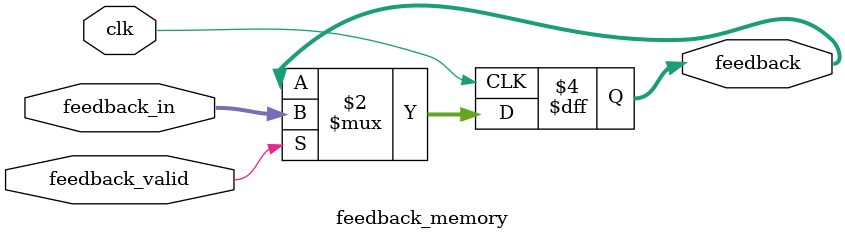
<source format=v>
`timescale 1ns / 1ps


module feedback_memory(
    input clk,
    input feedback_valid,
    input [7:0] feedback_in,
    output reg [7:0] feedback
    );//store feedback information, only update when valid
    always @(posedge clk) begin
    if(feedback_valid) begin
        feedback <= feedback_in;
    end
    end
endmodule

</source>
